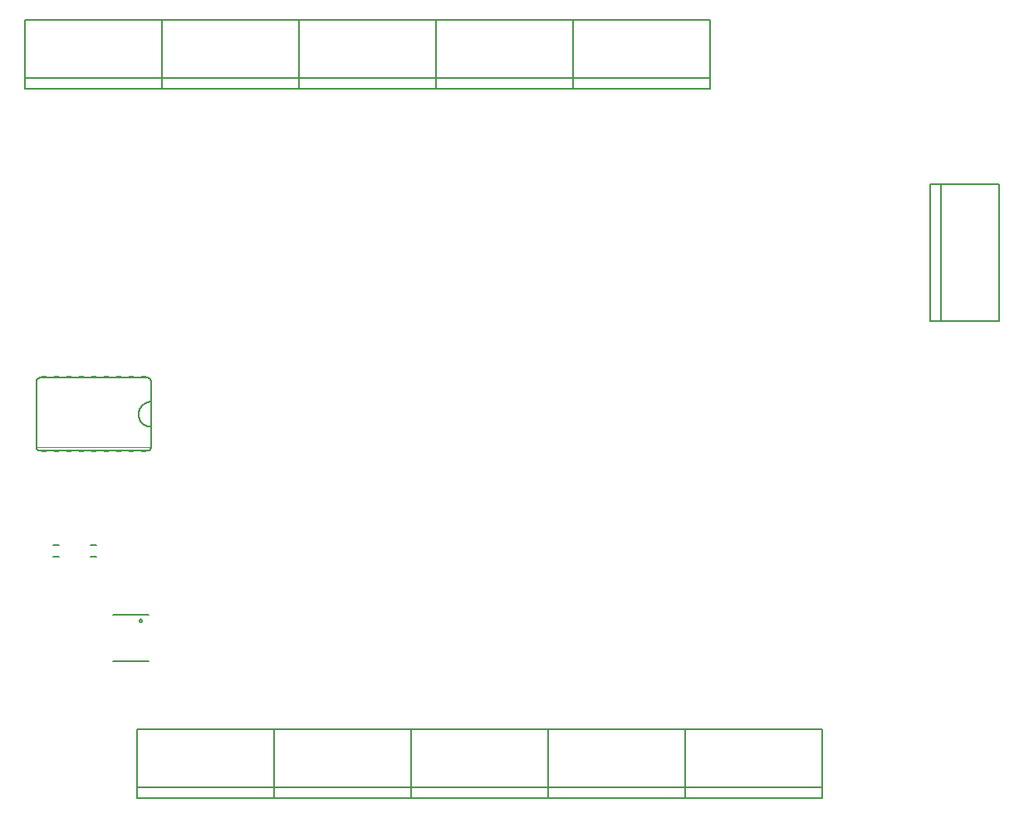
<source format=gbo>
G75*
%MOIN*%
%OFA0B0*%
%FSLAX25Y25*%
%IPPOS*%
%LPD*%
%AMOC8*
5,1,8,0,0,1.08239X$1,22.5*
%
%ADD10C,0.00600*%
%ADD11C,0.00500*%
%ADD12C,0.00200*%
%ADD13R,0.02000X0.00500*%
%ADD14C,0.00800*%
D10*
X0092902Y0058718D02*
X0107098Y0058718D01*
X0107098Y0077317D02*
X0092902Y0077317D01*
X0086181Y0100655D02*
X0083819Y0100655D01*
X0083819Y0105380D02*
X0086181Y0105380D01*
X0071181Y0105380D02*
X0068819Y0105380D01*
X0068819Y0100655D02*
X0071181Y0100655D01*
X0063500Y0143317D02*
X0106500Y0143317D01*
X0106576Y0143319D01*
X0106652Y0143325D01*
X0106727Y0143334D01*
X0106802Y0143348D01*
X0106876Y0143365D01*
X0106949Y0143386D01*
X0107021Y0143410D01*
X0107092Y0143439D01*
X0107161Y0143470D01*
X0107228Y0143505D01*
X0107293Y0143544D01*
X0107357Y0143586D01*
X0107418Y0143631D01*
X0107477Y0143679D01*
X0107533Y0143730D01*
X0107587Y0143784D01*
X0107638Y0143840D01*
X0107686Y0143899D01*
X0107731Y0143960D01*
X0107773Y0144024D01*
X0107812Y0144089D01*
X0107847Y0144156D01*
X0107878Y0144225D01*
X0107907Y0144296D01*
X0107931Y0144368D01*
X0107952Y0144441D01*
X0107969Y0144515D01*
X0107983Y0144590D01*
X0107992Y0144665D01*
X0107998Y0144741D01*
X0108000Y0144817D01*
X0108000Y0171217D01*
X0107998Y0171293D01*
X0107992Y0171369D01*
X0107983Y0171444D01*
X0107969Y0171519D01*
X0107952Y0171593D01*
X0107931Y0171666D01*
X0107907Y0171738D01*
X0107878Y0171809D01*
X0107847Y0171878D01*
X0107812Y0171945D01*
X0107773Y0172010D01*
X0107731Y0172074D01*
X0107686Y0172135D01*
X0107638Y0172194D01*
X0107587Y0172250D01*
X0107533Y0172304D01*
X0107477Y0172355D01*
X0107418Y0172403D01*
X0107357Y0172448D01*
X0107293Y0172490D01*
X0107228Y0172529D01*
X0107161Y0172564D01*
X0107092Y0172595D01*
X0107021Y0172624D01*
X0106949Y0172648D01*
X0106876Y0172669D01*
X0106802Y0172686D01*
X0106727Y0172700D01*
X0106652Y0172709D01*
X0106576Y0172715D01*
X0106500Y0172717D01*
X0063500Y0172717D01*
X0063424Y0172715D01*
X0063348Y0172709D01*
X0063273Y0172700D01*
X0063198Y0172686D01*
X0063124Y0172669D01*
X0063051Y0172648D01*
X0062979Y0172624D01*
X0062908Y0172595D01*
X0062839Y0172564D01*
X0062772Y0172529D01*
X0062707Y0172490D01*
X0062643Y0172448D01*
X0062582Y0172403D01*
X0062523Y0172355D01*
X0062467Y0172304D01*
X0062413Y0172250D01*
X0062362Y0172194D01*
X0062314Y0172135D01*
X0062269Y0172074D01*
X0062227Y0172010D01*
X0062188Y0171945D01*
X0062153Y0171878D01*
X0062122Y0171809D01*
X0062093Y0171738D01*
X0062069Y0171666D01*
X0062048Y0171593D01*
X0062031Y0171519D01*
X0062017Y0171444D01*
X0062008Y0171369D01*
X0062002Y0171293D01*
X0062000Y0171217D01*
X0062000Y0144817D01*
X0062002Y0144741D01*
X0062008Y0144665D01*
X0062017Y0144590D01*
X0062031Y0144515D01*
X0062048Y0144441D01*
X0062069Y0144368D01*
X0062093Y0144296D01*
X0062122Y0144225D01*
X0062153Y0144156D01*
X0062188Y0144089D01*
X0062227Y0144024D01*
X0062269Y0143960D01*
X0062314Y0143899D01*
X0062362Y0143840D01*
X0062413Y0143784D01*
X0062467Y0143730D01*
X0062523Y0143679D01*
X0062582Y0143631D01*
X0062643Y0143586D01*
X0062707Y0143544D01*
X0062772Y0143505D01*
X0062839Y0143470D01*
X0062908Y0143439D01*
X0062979Y0143410D01*
X0063051Y0143386D01*
X0063124Y0143365D01*
X0063198Y0143348D01*
X0063273Y0143334D01*
X0063348Y0143325D01*
X0063424Y0143319D01*
X0063500Y0143317D01*
X0108000Y0153017D02*
X0107860Y0153019D01*
X0107720Y0153025D01*
X0107580Y0153035D01*
X0107440Y0153048D01*
X0107301Y0153066D01*
X0107162Y0153088D01*
X0107025Y0153113D01*
X0106887Y0153142D01*
X0106751Y0153175D01*
X0106616Y0153212D01*
X0106482Y0153253D01*
X0106349Y0153298D01*
X0106217Y0153346D01*
X0106087Y0153398D01*
X0105958Y0153453D01*
X0105831Y0153512D01*
X0105705Y0153575D01*
X0105581Y0153641D01*
X0105460Y0153710D01*
X0105340Y0153783D01*
X0105222Y0153860D01*
X0105107Y0153939D01*
X0104993Y0154022D01*
X0104883Y0154108D01*
X0104774Y0154197D01*
X0104668Y0154289D01*
X0104565Y0154384D01*
X0104464Y0154481D01*
X0104367Y0154582D01*
X0104272Y0154685D01*
X0104180Y0154791D01*
X0104091Y0154900D01*
X0104005Y0155010D01*
X0103922Y0155124D01*
X0103843Y0155239D01*
X0103766Y0155357D01*
X0103693Y0155477D01*
X0103624Y0155598D01*
X0103558Y0155722D01*
X0103495Y0155848D01*
X0103436Y0155975D01*
X0103381Y0156104D01*
X0103329Y0156234D01*
X0103281Y0156366D01*
X0103236Y0156499D01*
X0103195Y0156633D01*
X0103158Y0156768D01*
X0103125Y0156904D01*
X0103096Y0157042D01*
X0103071Y0157179D01*
X0103049Y0157318D01*
X0103031Y0157457D01*
X0103018Y0157597D01*
X0103008Y0157737D01*
X0103002Y0157877D01*
X0103000Y0158017D01*
X0103002Y0158157D01*
X0103008Y0158297D01*
X0103018Y0158437D01*
X0103031Y0158577D01*
X0103049Y0158716D01*
X0103071Y0158855D01*
X0103096Y0158992D01*
X0103125Y0159130D01*
X0103158Y0159266D01*
X0103195Y0159401D01*
X0103236Y0159535D01*
X0103281Y0159668D01*
X0103329Y0159800D01*
X0103381Y0159930D01*
X0103436Y0160059D01*
X0103495Y0160186D01*
X0103558Y0160312D01*
X0103624Y0160436D01*
X0103693Y0160557D01*
X0103766Y0160677D01*
X0103843Y0160795D01*
X0103922Y0160910D01*
X0104005Y0161024D01*
X0104091Y0161134D01*
X0104180Y0161243D01*
X0104272Y0161349D01*
X0104367Y0161452D01*
X0104464Y0161553D01*
X0104565Y0161650D01*
X0104668Y0161745D01*
X0104774Y0161837D01*
X0104883Y0161926D01*
X0104993Y0162012D01*
X0105107Y0162095D01*
X0105222Y0162174D01*
X0105340Y0162251D01*
X0105460Y0162324D01*
X0105581Y0162393D01*
X0105705Y0162459D01*
X0105831Y0162522D01*
X0105958Y0162581D01*
X0106087Y0162636D01*
X0106217Y0162688D01*
X0106349Y0162736D01*
X0106482Y0162781D01*
X0106616Y0162822D01*
X0106751Y0162859D01*
X0106887Y0162892D01*
X0107025Y0162921D01*
X0107162Y0162946D01*
X0107301Y0162968D01*
X0107440Y0162986D01*
X0107580Y0162999D01*
X0107720Y0163009D01*
X0107860Y0163015D01*
X0108000Y0163017D01*
D11*
X0112441Y0288844D02*
X0112441Y0293175D01*
X0167559Y0293175D01*
X0167559Y0288844D01*
X0112441Y0288844D01*
X0112559Y0288844D02*
X0057441Y0288844D01*
X0057441Y0293175D01*
X0112559Y0293175D01*
X0112559Y0288844D01*
X0112559Y0293175D02*
X0112559Y0316403D01*
X0057441Y0316403D01*
X0057441Y0293175D01*
X0112441Y0293175D02*
X0112441Y0316403D01*
X0167559Y0316403D01*
X0167559Y0293175D01*
X0167441Y0293175D02*
X0222559Y0293175D01*
X0222559Y0288844D01*
X0167441Y0288844D01*
X0167441Y0293175D01*
X0167441Y0316403D01*
X0222559Y0316403D01*
X0222559Y0293175D01*
X0222441Y0293175D02*
X0277559Y0293175D01*
X0277559Y0288844D01*
X0222441Y0288844D01*
X0222441Y0293175D01*
X0222441Y0316403D01*
X0277559Y0316403D01*
X0277559Y0293175D01*
X0277441Y0293175D02*
X0332559Y0293175D01*
X0332559Y0288844D01*
X0277441Y0288844D01*
X0277441Y0293175D01*
X0277441Y0316403D01*
X0332559Y0316403D01*
X0332559Y0293175D01*
X0420827Y0250576D02*
X0425157Y0250576D01*
X0425157Y0195458D01*
X0420827Y0195458D01*
X0420827Y0250576D01*
X0425157Y0250576D02*
X0448386Y0250576D01*
X0448386Y0195458D01*
X0425157Y0195458D01*
X0377559Y0031403D02*
X0322441Y0031403D01*
X0322441Y0008175D01*
X0377559Y0008175D01*
X0377559Y0003844D01*
X0322441Y0003844D01*
X0322441Y0008175D01*
X0322559Y0008175D02*
X0267441Y0008175D01*
X0267441Y0031403D01*
X0322559Y0031403D01*
X0322559Y0008175D01*
X0322559Y0003844D01*
X0267441Y0003844D01*
X0267441Y0008175D01*
X0267559Y0008175D02*
X0212441Y0008175D01*
X0212441Y0031403D01*
X0267559Y0031403D01*
X0267559Y0008175D01*
X0267559Y0003844D01*
X0212441Y0003844D01*
X0212441Y0008175D01*
X0212559Y0008175D02*
X0157441Y0008175D01*
X0157441Y0031403D01*
X0212559Y0031403D01*
X0212559Y0008175D01*
X0212559Y0003844D01*
X0157441Y0003844D01*
X0157441Y0008175D01*
X0157559Y0008175D02*
X0102441Y0008175D01*
X0102441Y0031403D01*
X0157559Y0031403D01*
X0157559Y0008175D01*
X0157559Y0003844D01*
X0102441Y0003844D01*
X0102441Y0008175D01*
X0377559Y0008175D02*
X0377559Y0031403D01*
D12*
X0108000Y0144717D02*
X0062000Y0144717D01*
D13*
X0065000Y0143067D03*
X0070000Y0143067D03*
X0075000Y0143067D03*
X0080000Y0143067D03*
X0085000Y0143067D03*
X0090000Y0143067D03*
X0095000Y0143067D03*
X0100000Y0143067D03*
X0105000Y0143067D03*
X0105000Y0172967D03*
X0100000Y0172967D03*
X0095000Y0172967D03*
X0090000Y0172967D03*
X0085000Y0172967D03*
X0080000Y0172967D03*
X0075000Y0172967D03*
X0070000Y0172967D03*
X0065000Y0172967D03*
D14*
X0103335Y0075117D02*
X0103337Y0075164D01*
X0103343Y0075211D01*
X0103353Y0075258D01*
X0103366Y0075303D01*
X0103384Y0075347D01*
X0103405Y0075389D01*
X0103429Y0075430D01*
X0103457Y0075468D01*
X0103488Y0075504D01*
X0103522Y0075537D01*
X0103558Y0075567D01*
X0103597Y0075594D01*
X0103638Y0075618D01*
X0103681Y0075638D01*
X0103725Y0075654D01*
X0103771Y0075667D01*
X0103817Y0075676D01*
X0103865Y0075681D01*
X0103912Y0075682D01*
X0103959Y0075679D01*
X0104006Y0075672D01*
X0104052Y0075661D01*
X0104097Y0075647D01*
X0104141Y0075628D01*
X0104182Y0075606D01*
X0104222Y0075581D01*
X0104260Y0075552D01*
X0104295Y0075521D01*
X0104328Y0075486D01*
X0104357Y0075449D01*
X0104383Y0075410D01*
X0104406Y0075368D01*
X0104425Y0075325D01*
X0104441Y0075280D01*
X0104453Y0075234D01*
X0104461Y0075188D01*
X0104465Y0075141D01*
X0104465Y0075093D01*
X0104461Y0075046D01*
X0104453Y0075000D01*
X0104441Y0074954D01*
X0104425Y0074909D01*
X0104406Y0074866D01*
X0104383Y0074824D01*
X0104357Y0074785D01*
X0104328Y0074748D01*
X0104295Y0074713D01*
X0104260Y0074682D01*
X0104222Y0074653D01*
X0104183Y0074628D01*
X0104141Y0074606D01*
X0104097Y0074587D01*
X0104052Y0074573D01*
X0104006Y0074562D01*
X0103959Y0074555D01*
X0103912Y0074552D01*
X0103865Y0074553D01*
X0103817Y0074558D01*
X0103771Y0074567D01*
X0103725Y0074580D01*
X0103681Y0074596D01*
X0103638Y0074616D01*
X0103597Y0074640D01*
X0103558Y0074667D01*
X0103522Y0074697D01*
X0103488Y0074730D01*
X0103457Y0074766D01*
X0103429Y0074804D01*
X0103405Y0074845D01*
X0103384Y0074887D01*
X0103366Y0074931D01*
X0103353Y0074976D01*
X0103343Y0075023D01*
X0103337Y0075070D01*
X0103335Y0075117D01*
M02*

</source>
